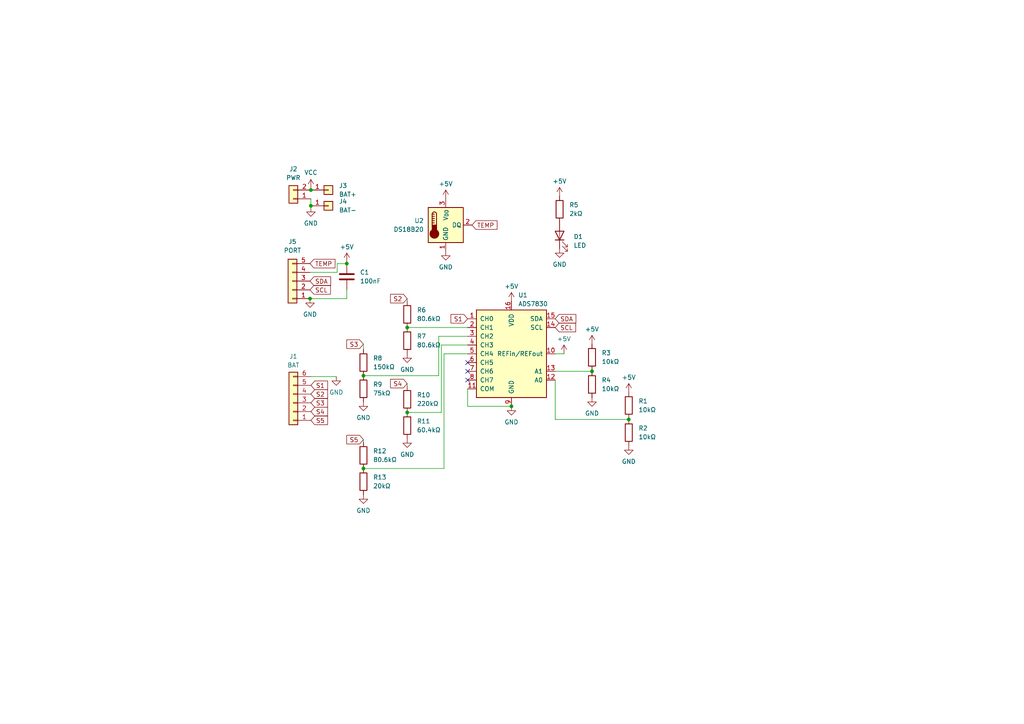
<source format=kicad_sch>
(kicad_sch (version 20230121) (generator eeschema)
  (paper "A4")
  (lib_symbols
    (symbol "Analog_DAC:ADS7830" (pin_names (offset 1.016))
      (property "Reference" "U" (at -10.16 13.716 0))
      (property "Value" "ADS7830" (at 1.778 13.716 0))
      (symbol "ADS7830_0_1"
        (rectangle (start -10.16 12.7) (end 10.16 -12.7) (stroke (width 0.254)) (fill (type background)))
      )
      (symbol "ADS7830_1_1"
        (pin input line (at -12.7 10.16 0) (length 2.54) (name "CH0") (number "1"))
        (pin bidirectional line (at 12.7 0 180) (length 2.54) (name "REFin/REFout") (number "10"))
        (pin input line (at -12.7 -10.16 0) (length 2.54) (name "COM") (number "11"))
        (pin input line (at 12.7 -7.62 180) (length 2.54) (name "A0") (number "12"))
        (pin input line (at 12.7 -5.08 180) (length 2.54) (name "A1") (number "13"))
        (pin input line (at 12.7 7.62 180) (length 2.54) (name "SCL") (number "14"))
        (pin bidirectional line (at 12.7 10.16 180) (length 2.54) (name "SDA") (number "15"))
        (pin power_in line (at 0 15.24 270) (length 2.54) (name "VDD") (number "16"))
        (pin input line (at -12.7 7.62 0) (length 2.54) (name "CH1") (number "2"))
        (pin input line (at -12.7 5.08 0) (length 2.54) (name "CH2") (number "3"))
        (pin input line (at -12.7 2.54 0) (length 2.54) (name "CH3") (number "4"))
        (pin input line (at -12.7 0 0) (length 2.54) (name "CH4") (number "5"))
        (pin input line (at -12.7 -2.54 0) (length 2.54) (name "CH5") (number "6"))
        (pin input line (at -12.7 -5.08 0) (length 2.54) (name "CH6") (number "7"))
        (pin input line (at -12.7 -7.62 0) (length 2.54) (name "CH7") (number "8"))
        (pin power_in line (at 0 -15.24 90) (length 2.54) (name "GND") (number "9"))
      )
    )
    (symbol "Connector_Generic:Conn_01x01" (pin_names (offset 1.016) hide)
      (property "Reference" "J" (at 0 2.54 0))
      (property "Value" "Conn_01x01" (at 0 -2.54 0))
      (symbol "Conn_01x01_1_1"
        (rectangle (start -1.27 0.127) (end 0 -0.127) (stroke (width 0.1524)))
        (rectangle (start -1.27 1.27) (end 1.27 -1.27) (stroke (width 0.254)) (fill (type background)))
        (pin passive line (at -5.08 0 0) (length 3.81) (name "Pin_1") (number "1"))
      )
    )
    (symbol "Connector_Generic:Conn_01x02" (pin_names (offset 1.016) hide)
      (property "Reference" "J" (at 0 2.54 0))
      (property "Value" "Conn_01x02" (at 0 -5.08 0))
      (symbol "Conn_01x02_1_1"
        (rectangle (start -1.27 -2.413) (end 0 -2.667) (stroke (width 0.1524)))
        (rectangle (start -1.27 0.127) (end 0 -0.127) (stroke (width 0.1524)))
        (rectangle (start -1.27 1.27) (end 1.27 -3.81) (stroke (width 0.254)) (fill (type background)))
        (pin passive line (at -5.08 0 0) (length 3.81) (name "Pin_1") (number "1"))
        (pin passive line (at -5.08 -2.54 0) (length 3.81) (name "Pin_2") (number "2"))
      )
    )
    (symbol "Connector_Generic:Conn_01x05" (pin_names (offset 1.016) hide)
      (property "Reference" "J" (at 0 7.62 0))
      (property "Value" "Conn_01x05" (at 0 -7.62 0))
      (symbol "Conn_01x05_1_1"
        (rectangle (start -1.27 -4.953) (end 0 -5.207) (stroke (width 0.1524)))
        (rectangle (start -1.27 -2.413) (end 0 -2.667) (stroke (width 0.1524)))
        (rectangle (start -1.27 0.127) (end 0 -0.127) (stroke (width 0.1524)))
        (rectangle (start -1.27 2.667) (end 0 2.413) (stroke (width 0.1524)))
        (rectangle (start -1.27 5.207) (end 0 4.953) (stroke (width 0.1524)))
        (rectangle (start -1.27 6.35) (end 1.27 -6.35) (stroke (width 0.254)) (fill (type background)))
        (pin passive line (at -5.08 5.08 0) (length 3.81) (name "Pin_1") (number "1"))
        (pin passive line (at -5.08 2.54 0) (length 3.81) (name "Pin_2") (number "2"))
        (pin passive line (at -5.08 0 0) (length 3.81) (name "Pin_3") (number "3"))
        (pin passive line (at -5.08 -2.54 0) (length 3.81) (name "Pin_4") (number "4"))
        (pin passive line (at -5.08 -5.08 0) (length 3.81) (name "Pin_5") (number "5"))
      )
    )
    (symbol "Connector_Generic:Conn_01x06" (pin_names (offset 1.016) hide)
      (property "Reference" "J" (at 0 7.62 0))
      (property "Value" "Conn_01x06" (at 0 -10.16 0))
      (symbol "Conn_01x06_1_1"
        (rectangle (start -1.27 -7.493) (end 0 -7.747) (stroke (width 0.1524)))
        (rectangle (start -1.27 -4.953) (end 0 -5.207) (stroke (width 0.1524)))
        (rectangle (start -1.27 -2.413) (end 0 -2.667) (stroke (width 0.1524)))
        (rectangle (start -1.27 0.127) (end 0 -0.127) (stroke (width 0.1524)))
        (rectangle (start -1.27 2.667) (end 0 2.413) (stroke (width 0.1524)))
        (rectangle (start -1.27 5.207) (end 0 4.953) (stroke (width 0.1524)))
        (rectangle (start -1.27 6.35) (end 1.27 -8.89) (stroke (width 0.254)) (fill (type background)))
        (pin passive line (at -5.08 5.08 0) (length 3.81) (name "Pin_1") (number "1"))
        (pin passive line (at -5.08 2.54 0) (length 3.81) (name "Pin_2") (number "2"))
        (pin passive line (at -5.08 0 0) (length 3.81) (name "Pin_3") (number "3"))
        (pin passive line (at -5.08 -2.54 0) (length 3.81) (name "Pin_4") (number "4"))
        (pin passive line (at -5.08 -5.08 0) (length 3.81) (name "Pin_5") (number "5"))
        (pin passive line (at -5.08 -7.62 0) (length 3.81) (name "Pin_6") (number "6"))
      )
    )
    (symbol "Device:C" (pin_numbers hide) (pin_names (offset 0.254))
      (property "Reference" "C" (at 0.635 2.54 0))
      (property "Value" "C" (at 0.635 -2.54 0))
      (symbol "C_0_1"
        (polyline (pts (xy -2.032 -0.762) (xy 2.032 -0.762)) (stroke (width 0.508)))
        (polyline (pts (xy -2.032 0.762) (xy 2.032 0.762)) (stroke (width 0.508)))
      )
      (symbol "C_1_1"
        (pin passive line (at 0 3.81 270) (length 2.794) (name "~") (number "1"))
        (pin passive line (at 0 -3.81 90) (length 2.794) (name "~") (number "2"))
      )
    )
    (symbol "Device:LED" (pin_numbers hide) (pin_names (offset 1.016) hide)
      (property "Reference" "D" (at 0 2.54 0))
      (property "Value" "LED" (at 0 -2.54 0))
      (symbol "LED_0_1"
        (polyline (pts (xy -1.27 -1.27) (xy -1.27 1.27)) (stroke (width 0.254)))
        (polyline (pts (xy -1.27 0) (xy 1.27 0)))
        (polyline (pts (xy 1.27 -1.27) (xy 1.27 1.27) (xy -1.27 0) (xy 1.27 -1.27)) (stroke (width 0.254)))
        (polyline (pts (xy -3.048 -0.762) (xy -4.572 -2.286) (xy -3.81 -2.286) (xy -4.572 -2.286) (xy -4.572 -1.524)))
        (polyline (pts (xy -1.778 -0.762) (xy -3.302 -2.286) (xy -2.54 -2.286) (xy -3.302 -2.286) (xy -3.302 -1.524)))
      )
      (symbol "LED_1_1"
        (pin passive line (at -3.81 0 0) (length 2.54) (name "K") (number "1"))
        (pin passive line (at 3.81 0 180) (length 2.54) (name "A") (number "2"))
      )
    )
    (symbol "Device:R" (pin_numbers hide) (pin_names (offset 0))
      (property "Reference" "R" (at 2.032 0 90))
      (property "Value" "R" (at 0 0 90))
      (symbol "R_0_1"
        (rectangle (start -1.016 -2.54) (end 1.016 2.54) (stroke (width 0.254)))
      )
      (symbol "R_1_1"
        (pin passive line (at 0 3.81 270) (length 1.27) (name "~") (number "1"))
        (pin passive line (at 0 -3.81 90) (length 1.27) (name "~") (number "2"))
      )
    )
    (symbol "Sensor_Temperature:DS18B20"
      (property "Reference" "U" (at -3.81 6.35 0))
      (property "Value" "DS18B20" (at 6.35 6.35 0))
      (symbol "DS18B20_0_1"
        (rectangle (start -5.08 5.08) (end 5.08 -5.08) (stroke (width 0.254)) (fill (type background)))
        (circle (center -3.302 -2.54) (radius 1.27) (stroke (width 0.254)) (fill (type outline)))
        (rectangle (start -2.667 -1.905) (end -3.937 0) (stroke (width 0.254)) (fill (type outline)))
        (arc (start -2.667 3.175) (mid -3.302 3.8073) (end -3.937 3.175) (stroke (width 0.254)))
        (polyline (pts (xy -3.937 0.635) (xy -3.302 0.635)) (stroke (width 0.254)))
        (polyline (pts (xy -3.937 1.27) (xy -3.302 1.27)) (stroke (width 0.254)))
        (polyline (pts (xy -3.937 1.905) (xy -3.302 1.905)) (stroke (width 0.254)))
        (polyline (pts (xy -3.937 2.54) (xy -3.302 2.54)) (stroke (width 0.254)))
        (polyline (pts (xy -3.937 3.175) (xy -3.937 0)) (stroke (width 0.254)))
        (polyline (pts (xy -3.937 3.175) (xy -3.302 3.175)) (stroke (width 0.254)))
        (polyline (pts (xy -2.667 3.175) (xy -2.667 0)) (stroke (width 0.254)))
      )
      (symbol "DS18B20_1_1"
        (pin power_in line (at 0 -7.62 90) (length 2.54) (name "GND") (number "1"))
        (pin bidirectional line (at 7.62 0 180) (length 2.54) (name "DQ") (number "2"))
        (pin power_in line (at 0 7.62 270) (length 2.54) (name "V_{DD}") (number "3"))
      )
    )
    (symbol "power:+5V" (power) (pin_names (offset 0))
      (property "Value" "+5V" (at 0 3.556 0))
      (symbol "+5V_0_1"
        (polyline (pts (xy -0.762 1.27) (xy 0 2.54)))
        (polyline (pts (xy 0 0) (xy 0 2.54)))
        (polyline (pts (xy 0 2.54) (xy 0.762 1.27)))
      )
      (symbol "+5V_1_1"
        (pin power_in line (at 0 0 90) (length 0) hide (name "+5V") (number "1"))
      )
    )
    (symbol "power:GND" (power) (pin_names (offset 0))
      (property "Value" "GND" (at 0 -3.81 0))
      (symbol "GND_0_1"
        (polyline (pts (xy 0 0) (xy 0 -1.27) (xy 1.27 -1.27) (xy 0 -2.54) (xy -1.27 -1.27) (xy 0 -1.27)))
      )
      (symbol "GND_1_1"
        (pin power_in line (at 0 0 270) (length 0) hide (name "GND") (number "1"))
      )
    )
    (symbol "power:VCC" (power) (pin_names (offset 0))
      (property "Value" "VCC" (at 0 3.81 0))
      (symbol "VCC_0_1"
        (polyline (pts (xy -0.762 1.27) (xy 0 2.54)))
        (polyline (pts (xy 0 0) (xy 0 2.54)))
        (polyline (pts (xy 0 2.54) (xy 0.762 1.27)))
      )
      (symbol "VCC_1_1"
        (pin power_in line (at 0 0 90) (length 0) hide (name "VCC") (number "1"))
      )
    )
  )
  (junction (at 118.11 94.996))
  (junction (at 90.17 59.69))
  (junction (at 90.17 55.118))
  (junction (at 89.916 86.614))
  (junction (at 148.336 117.856))
  (junction (at 105.41 135.89))
  (junction (at 118.11 119.634))
  (junction (at 171.704 107.696))
  (junction (at 105.41 108.966))
  (junction (at 182.372 121.666))
  (junction (at 100.584 76.454))
  (no_connect (at 135.636 107.696))
  (no_connect (at 135.636 110.236))
  (no_connect (at 135.636 105.156))
  (wire (pts (xy 148.336 117.856) (xy 135.636 117.856)))
  (wire (pts (xy 105.41 108.966) (xy 127.254 108.966)))
  (wire (pts (xy 161.036 121.666) (xy 182.372 121.666)))
  (wire (pts (xy 118.11 94.996) (xy 135.636 94.996)))
  (wire (pts (xy 161.036 121.666) (xy 161.036 110.236)))
  (wire (pts (xy 90.17 54.61) (xy 90.17 55.118)))
  (wire (pts (xy 105.41 99.822) (xy 105.41 101.346)))
  (wire (pts (xy 171.704 107.696) (xy 171.704 107.442)))
  (wire (pts (xy 100.584 84.074) (xy 100.584 86.614)))
  (wire (pts (xy 97.79 78.994) (xy 97.79 76.454)))
  (wire (pts (xy 90.17 109.22) (xy 97.536 109.22)))
  (wire (pts (xy 161.036 107.696) (xy 171.704 107.696)))
  (wire (pts (xy 118.11 111.252) (xy 118.11 112.014)))
  (wire (pts (xy 128.778 102.616) (xy 135.636 102.616)))
  (wire (pts (xy 128.778 135.89) (xy 128.778 102.616)))
  (wire (pts (xy 90.17 57.658) (xy 90.17 59.69)))
  (wire (pts (xy 118.11 119.634) (xy 128.016 119.634)))
  (wire (pts (xy 128.016 100.076) (xy 128.016 119.634)))
  (wire (pts (xy 105.41 135.89) (xy 128.778 135.89)))
  (wire (pts (xy 100.584 86.614) (xy 89.916 86.614)))
  (wire (pts (xy 161.036 102.616) (xy 163.576 102.616)))
  (wire (pts (xy 90.17 59.69) (xy 90.17 60.198)))
  (wire (pts (xy 135.636 100.076) (xy 128.016 100.076)))
  (wire (pts (xy 105.41 127.508) (xy 105.41 128.27)))
  (wire (pts (xy 97.79 76.454) (xy 100.584 76.454)))
  (wire (pts (xy 127.254 97.536) (xy 135.636 97.536)))
  (wire (pts (xy 127.254 108.966) (xy 127.254 97.536)))
  (wire (pts (xy 135.636 112.776) (xy 135.636 117.856)))
  (wire (pts (xy 118.11 86.614) (xy 118.11 87.376)))
  (wire (pts (xy 100.584 75.946) (xy 100.584 76.454)))
  (wire (pts (xy 182.372 121.666) (xy 182.372 121.412)))
  (wire (pts (xy 89.916 78.994) (xy 97.79 78.994)))
  (global_label "SCL" (shape input) (at 161.036 94.996 0) (property "Intersheetrefs" "${INTERSHEET_REFS}" (effects hide)))
  (global_label "S3" (shape input) (at 105.41 99.822 180) (property "Intersheetrefs" "${INTERSHEET_REFS}" (effects hide)))
  (global_label "SDA" (shape input) (at 89.916 81.534 0) (property "Intersheetrefs" "${INTERSHEET_REFS}" (effects hide)))
  (global_label "S1" (shape input) (at 135.636 92.456 180) (property "Intersheetrefs" "${INTERSHEET_REFS}" (effects hide)))
  (global_label "TEMP" (shape input) (at 136.906 65.278 0) (property "Intersheetrefs" "${INTERSHEET_REFS}" (effects hide)))
  (global_label "S1" (shape input) (at 90.17 111.76 0) (property "Intersheetrefs" "${INTERSHEET_REFS}" (effects hide)))
  (global_label "SDA" (shape input) (at 161.036 92.456 0) (property "Intersheetrefs" "${INTERSHEET_REFS}" (effects hide)))
  (global_label "S3" (shape input) (at 90.17 116.84 0) (property "Intersheetrefs" "${INTERSHEET_REFS}" (effects hide)))
  (global_label "SCL" (shape input) (at 89.916 84.074 0) (property "Intersheetrefs" "${INTERSHEET_REFS}" (effects hide)))
  (global_label "S5" (shape input) (at 90.17 121.92 0) (property "Intersheetrefs" "${INTERSHEET_REFS}" (effects hide)))
  (global_label "TEMP" (shape input) (at 89.916 76.454 0) (property "Intersheetrefs" "${INTERSHEET_REFS}" (effects hide)))
  (global_label "S4" (shape input) (at 118.11 111.252 180) (property "Intersheetrefs" "${INTERSHEET_REFS}" (effects hide)))
  (global_label "S5" (shape input) (at 105.41 127.508 180) (property "Intersheetrefs" "${INTERSHEET_REFS}" (effects hide)))
  (global_label "S4" (shape input) (at 90.17 119.38 0) (property "Intersheetrefs" "${INTERSHEET_REFS}" (effects hide)))
  (global_label "S2" (shape input) (at 90.17 114.3 0) (property "Intersheetrefs" "${INTERSHEET_REFS}" (effects hide)))
  (global_label "S2" (shape input) (at 118.11 86.614 180) (property "Intersheetrefs" "${INTERSHEET_REFS}" (effects hide)))
  (symbol (lib_id "Sensor_Temperature:DS18B20") (at 129.286 65.278 0) (unit 1)
    (property "Reference" "U2" (at 122.936 64.008 0) (effects (justify right)))
    (property "Value" "DS18B20" (at 122.936 66.548 0) (effects (justify right)))
    (property "Footprint" "Package_TO_SOT_THT:TO-92_Inline" (effects hide))
    (property "Datasheet" "http://datasheets.maximintegrated.com/en/ds/DS18B20.pdf" (effects hide))
  )
  (symbol (lib_id "power:GND") (at 148.336 117.856 0) (unit 1)
    (property "Reference" "#PWR09" (effects hide))
    (property "Value" "GND" (at 148.336 122.428 0))
  )
  (symbol (lib_id "power:+5V") (at 148.336 87.376 0) (unit 1)
    (property "Reference" "#PWR02" (effects hide))
    (property "Value" "+5V" (at 148.336 83.058 0))
  )
  (symbol (lib_id "Device:R") (at 118.11 123.444 180) (unit 1)
    (property "Reference" "R11" (at 120.904 122.174 0) (effects (justify right)))
    (property "Value" "60.4kΩ" (at 120.904 124.714 0) (effects (justify right)))
    (property "Footprint" "Resistor_SMD:R_0603_1608Metric_Pad0.98x0.95mm_HandSolder" (effects hide))
  )
  (symbol (lib_id "Device:R") (at 182.372 117.602 0) (unit 1)
    (property "Reference" "R1" (at 185.166 116.332 0) (effects (justify left)))
    (property "Value" "10kΩ" (at 185.166 118.872 0) (effects (justify left)))
    (property "Footprint" "Resistor_SMD:R_0603_1608Metric_Pad0.98x0.95mm_HandSolder" (effects hide))
  )
  (symbol (lib_id "power:GND") (at 105.41 116.586 0) (unit 1)
    (property "Reference" "#PWR015" (effects hide))
    (property "Value" "GND" (at 105.41 121.158 0))
  )
  (symbol (lib_id "power:GND") (at 118.11 102.616 0) (unit 1)
    (property "Reference" "#PWR014" (effects hide))
    (property "Value" "GND" (at 118.11 107.188 0))
  )
  (symbol (lib_id "Connector_Generic:Conn_01x05") (at 84.836 81.534 180) (unit 1)
    (property "Reference" "J5" (at 84.836 70.104 0))
    (property "Value" "PORT" (at 84.836 72.644 0))
    (property "Footprint" "Connector_JST:JST_PH_S5B-PH-K_1x05_P2.00mm_Horizontal" (effects hide))
  )
  (symbol (lib_id "power:+5V") (at 163.576 102.616 0) (unit 1)
    (property "Reference" "#PWR013" (effects hide))
    (property "Value" "+5V" (at 163.576 98.298 0))
  )
  (symbol (lib_id "power:GND") (at 129.286 72.898 0) (unit 1)
    (property "Reference" "#PWR05" (effects hide))
    (property "Value" "GND" (at 129.286 77.47 0))
  )
  (symbol (lib_id "power:VCC") (at 90.17 54.61 0) (unit 1)
    (property "Reference" "#PWR011" (effects hide))
    (property "Value" "VCC" (at 90.17 50.038 0))
  )
  (symbol (lib_id "power:GND") (at 182.372 129.286 0) (unit 1)
    (property "Reference" "#PWR01" (effects hide))
    (property "Value" "GND" (at 182.372 133.858 0))
  )
  (symbol (lib_id "Device:R") (at 162.306 60.706 180) (unit 1)
    (property "Reference" "R5" (at 165.1 59.436 0) (effects (justify right)))
    (property "Value" "2kΩ" (at 165.1 61.976 0) (effects (justify right)))
    (property "Footprint" "Resistor_SMD:R_0603_1608Metric_Pad0.98x0.95mm_HandSolder" (effects hide))
  )
  (symbol (lib_id "Device:R") (at 118.11 115.824 180) (unit 1)
    (property "Reference" "R10" (at 120.904 114.554 0) (effects (justify right)))
    (property "Value" "220kΩ" (at 120.904 117.094 0) (effects (justify right)))
    (property "Footprint" "Resistor_SMD:R_0603_1608Metric_Pad0.98x0.95mm_HandSolder" (effects hide))
  )
  (symbol (lib_id "Connector_Generic:Conn_01x06") (at 85.09 116.84 180) (unit 1)
    (property "Reference" "J1" (at 85.09 103.378 0))
    (property "Value" "BAT" (at 85.09 105.918 0))
    (property "Footprint" "Connector_JST:JST_PH_S6B-PH-K_1x06_P2.00mm_Horizontal" (effects hide))
  )
  (symbol (lib_id "Connector_Generic:Conn_01x01") (at 95.25 59.69 0) (unit 1)
    (property "Reference" "J4" (at 98.298 58.42 0) (effects (justify left)))
    (property "Value" "BAT-" (at 98.298 60.96 0) (effects (justify left)))
    (property "Footprint" "custom:Solderpad_2.2x3.7_THT" (effects hide))
  )
  (symbol (lib_id "Device:C") (at 100.584 80.264 0) (unit 1)
    (property "Reference" "C1" (at 104.394 78.994 0) (effects (justify left)))
    (property "Value" "100nF" (at 104.394 81.534 0) (effects (justify left)))
    (property "Footprint" "Capacitor_SMD:C_0603_1608Metric_Pad1.08x0.95mm_HandSolder" (effects hide))
  )
  (symbol (lib_id "power:+5V") (at 129.286 57.658 0) (unit 1)
    (property "Reference" "#PWR04" (effects hide))
    (property "Value" "+5V" (at 129.286 53.34 0))
  )
  (symbol (lib_id "Device:R") (at 182.372 125.476 0) (unit 1)
    (property "Reference" "R2" (at 185.166 124.206 0) (effects (justify left)))
    (property "Value" "10kΩ" (at 185.166 126.746 0) (effects (justify left)))
    (property "Footprint" "Resistor_SMD:R_0603_1608Metric_Pad0.98x0.95mm_HandSolder" (effects hide))
  )
  (symbol (lib_id "power:+5V") (at 171.704 99.822 0) (unit 1)
    (property "Reference" "#PWR07" (effects hide))
    (property "Value" "+5V" (at 171.704 95.504 0))
  )
  (symbol (lib_id "power:+5V") (at 100.584 75.946 0) (unit 1)
    (property "Reference" "#PWR03" (effects hide))
    (property "Value" "+5V" (at 100.584 71.628 0))
  )
  (symbol (lib_id "Connector_Generic:Conn_01x02") (at 85.09 57.658 180) (unit 1)
    (property "Reference" "J2" (at 85.09 49.022 0))
    (property "Value" "PWR" (at 85.09 51.562 0))
    (property "Footprint" "Connector_AMASS:AMASS_XT60PW-F_1x02_P7.20mm_Horizontal" (effects hide))
  )
  (symbol (lib_id "Device:R") (at 105.41 139.7 180) (unit 1)
    (property "Reference" "R13" (at 108.204 138.43 0) (effects (justify right)))
    (property "Value" "20kΩ" (at 108.204 140.97 0) (effects (justify right)))
    (property "Footprint" "Resistor_SMD:R_0603_1608Metric_Pad0.98x0.95mm_HandSolder" (effects hide))
  )
  (symbol (lib_id "Connector_Generic:Conn_01x01") (at 95.25 55.118 0) (unit 1)
    (property "Reference" "J3" (at 98.298 53.848 0) (effects (justify left)))
    (property "Value" "BAT+" (at 98.298 56.388 0) (effects (justify left)))
    (property "Footprint" "custom:Solderpad_2.2x3.7_THT" (effects hide))
  )
  (symbol (lib_id "power:GND") (at 171.704 115.316 0) (unit 1)
    (property "Reference" "#PWR08" (effects hide))
    (property "Value" "GND" (at 171.704 119.888 0))
  )
  (symbol (lib_id "power:GND") (at 89.916 86.614 0) (unit 1)
    (property "Reference" "#PWR012" (effects hide))
    (property "Value" "GND" (at 89.916 91.186 0))
  )
  (symbol (lib_id "Device:R") (at 171.704 111.506 0) (unit 1)
    (property "Reference" "R4" (at 174.498 110.236 0) (effects (justify left)))
    (property "Value" "10kΩ" (at 174.498 112.776 0) (effects (justify left)))
    (property "Footprint" "Resistor_SMD:R_0603_1608Metric_Pad0.98x0.95mm_HandSolder" (effects hide))
  )
  (symbol (lib_id "power:+5V") (at 162.306 56.896 0) (unit 1)
    (property "Reference" "#PWR019" (effects hide))
    (property "Value" "+5V" (at 162.306 52.578 0))
  )
  (symbol (lib_id "power:GND") (at 90.17 60.198 0) (unit 1)
    (property "Reference" "#PWR010" (effects hide))
    (property "Value" "GND" (at 90.17 64.77 0))
  )
  (symbol (lib_id "Device:R") (at 105.41 105.156 180) (unit 1)
    (property "Reference" "R8" (at 108.204 103.886 0) (effects (justify right)))
    (property "Value" "150kΩ" (at 108.204 106.426 0) (effects (justify right)))
    (property "Footprint" "Resistor_SMD:R_0603_1608Metric_Pad0.98x0.95mm_HandSolder" (effects hide))
  )
  (symbol (lib_id "power:GND") (at 105.41 143.51 0) (unit 1)
    (property "Reference" "#PWR017" (effects hide))
    (property "Value" "GND" (at 105.41 148.082 0))
  )
  (symbol (lib_id "Device:LED") (at 162.306 68.326 90) (unit 1)
    (property "Reference" "D1" (at 166.37 68.6435 90) (effects (justify right)))
    (property "Value" "LED" (at 166.37 71.1835 90) (effects (justify right)))
    (property "Footprint" "LED_SMD:LED_0603_1608Metric_Pad1.05x0.95mm_HandSolder" (effects hide))
  )
  (symbol (lib_id "Device:R") (at 118.11 91.186 180) (unit 1)
    (property "Reference" "R6" (at 120.904 89.916 0) (effects (justify right)))
    (property "Value" "80.6kΩ" (at 120.904 92.456 0) (effects (justify right)))
    (property "Footprint" "Resistor_SMD:R_0603_1608Metric_Pad0.98x0.95mm_HandSolder" (effects hide))
  )
  (symbol (lib_id "power:GND") (at 118.11 127.254 0) (unit 1)
    (property "Reference" "#PWR016" (effects hide))
    (property "Value" "GND" (at 118.11 131.826 0))
  )
  (symbol (lib_id "power:GND") (at 97.536 109.22 0) (unit 1)
    (property "Reference" "#PWR018" (effects hide))
    (property "Value" "GND" (at 97.536 113.792 0))
  )
  (symbol (lib_id "Device:R") (at 171.704 103.632 0) (unit 1)
    (property "Reference" "R3" (at 174.498 102.362 0) (effects (justify left)))
    (property "Value" "10kΩ" (at 174.498 104.902 0) (effects (justify left)))
    (property "Footprint" "Resistor_SMD:R_0603_1608Metric_Pad0.98x0.95mm_HandSolder" (effects hide))
  )
  (symbol (lib_id "power:GND") (at 162.306 72.136 0) (unit 1)
    (property "Reference" "#PWR020" (effects hide))
    (property "Value" "GND" (at 162.306 76.708 0))
  )
  (symbol (lib_id "Analog_DAC:ADS7830") (at 148.336 102.616 0) (unit 1)
    (property "Reference" "U1" (at 150.2919 85.598 0) (effects (justify left)))
    (property "Value" "ADS7830" (at 150.2919 88.138 0) (effects (justify left)))
    (property "Footprint" "Package_SO:TSSOP-16_4.4x5mm_P0.65mm" (effects hide))
    (property "Datasheet" "http://www.ti.com/lit/ds/symlink/ads7830.pdf" (effects hide))
  )
  (symbol (lib_id "Device:R") (at 105.41 112.776 180) (unit 1)
    (property "Reference" "R9" (at 108.204 111.506 0) (effects (justify right)))
    (property "Value" "75kΩ" (at 108.204 114.046 0) (effects (justify right)))
    (property "Footprint" "Resistor_SMD:R_0603_1608Metric_Pad0.98x0.95mm_HandSolder" (effects hide))
  )
  (symbol (lib_id "Device:R") (at 105.41 132.08 180) (unit 1)
    (property "Reference" "R12" (at 108.204 130.81 0) (effects (justify right)))
    (property "Value" "80.6kΩ" (at 108.204 133.35 0) (effects (justify right)))
    (property "Footprint" "Resistor_SMD:R_0603_1608Metric_Pad0.98x0.95mm_HandSolder" (effects hide))
  )
  (symbol (lib_id "Device:R") (at 118.11 98.806 180) (unit 1)
    (property "Reference" "R7" (at 120.904 97.536 0) (effects (justify right)))
    (property "Value" "80.6kΩ" (at 120.904 100.076 0) (effects (justify right)))
    (property "Footprint" "Resistor_SMD:R_0603_1608Metric_Pad0.98x0.95mm_HandSolder" (effects hide))
  )
  (symbol (lib_id "power:+5V") (at 182.372 113.792 0) (unit 1)
    (property "Reference" "#PWR06" (effects hide))
    (property "Value" "+5V" (at 182.372 109.474 0))
  )
)
</source>
